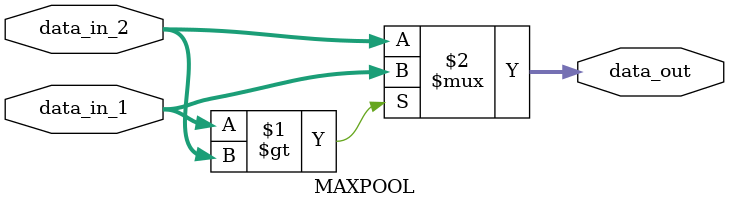
<source format=v>
module MAXPOOL #(
    parameter DATA_WIDTH = 16
) (
    input  [DATA_WIDTH - 1 : 0] data_in_1 , 
    input  [DATA_WIDTH - 1 : 0] data_in_2 , 
    output [DATA_WIDTH - 1 : 0] data_out  
);

    assign data_out = ($signed(data_in_1) > $signed(data_in_2)) ? data_in_1 : data_in_2 ;

endmodule
</source>
